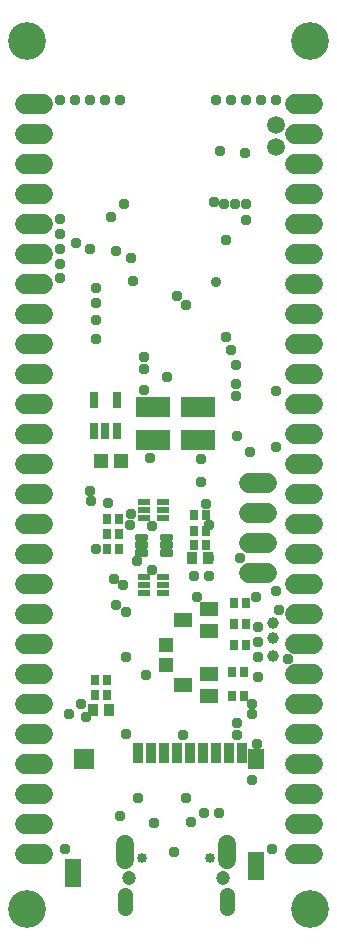
<source format=gbr>
From 7bebf9fe62dad33867ba6df1c0c611f8b313c549 Mon Sep 17 00:00:00 2001
From: Prashant Kumar <prashant.kmr752@gmail.com>
Date: Wed, 3 Jun 2020 22:26:24 +0530
Subject: Add test resource and test code for eagle files.

---
 .../resources/eagle_files/soldermask_bottom.gbr    | 423 +++++++++++++++++++++
 1 file changed, 423 insertions(+)
 create mode 100644 gerbonara/gerber/tests/resources/eagle_files/soldermask_bottom.gbr

(limited to 'gerbonara/gerber/tests/resources/eagle_files/soldermask_bottom.gbr')

diff --git a/gerbonara/gerber/tests/resources/eagle_files/soldermask_bottom.gbr b/gerbonara/gerber/tests/resources/eagle_files/soldermask_bottom.gbr
new file mode 100644
index 0000000..ee8178b
--- /dev/null
+++ b/gerbonara/gerber/tests/resources/eagle_files/soldermask_bottom.gbr
@@ -0,0 +1,423 @@
+G04 EAGLE Gerber RS-274X export*
+G75*
+%MOMM*%
+%FSLAX34Y34*%
+%LPD*%
+%INSoldermask Bottom*%
+%IPPOS*%
+%AMOC8*
+5,1,8,0,0,1.08239X$1,22.5*%
+G01*
+%ADD10C,3.203200*%
+%ADD11R,1.203200X1.303200*%
+%ADD12R,1.603200X1.203200*%
+%ADD13R,0.803200X0.903200*%
+%ADD14R,0.903200X1.103200*%
+%ADD15R,1.303200X1.203200*%
+%ADD16R,2.903200X1.803200*%
+%ADD17R,0.753200X1.403200*%
+%ADD18C,1.727200*%
+%ADD19C,1.561200*%
+%ADD20C,1.311200*%
+%ADD21C,0.853200*%
+%ADD22R,1.003200X0.603200*%
+%ADD23C,0.217150*%
+%ADD24R,0.903200X1.803200*%
+%ADD25R,1.403200X1.703200*%
+%ADD26R,1.803200X1.703200*%
+%ADD27R,1.403200X2.403200*%
+%ADD28C,1.203200*%
+%ADD29C,1.511200*%
+%ADD30C,1.003200*%
+%ADD31C,0.959600*%
+%ADD32C,0.909600*%
+
+
+D10*
+X260000Y755000D03*
+X20000Y755000D03*
+X260000Y20000D03*
+X20000Y20000D03*
+D11*
+X138090Y243740D03*
+X138090Y226740D03*
+D12*
+X152090Y265240D03*
+X174090Y255740D03*
+X174090Y274740D03*
+X152090Y210240D03*
+X174090Y200740D03*
+X174090Y219740D03*
+D13*
+X195660Y279400D03*
+X205660Y279400D03*
+X193370Y220980D03*
+X203370Y220980D03*
+X193370Y200660D03*
+X203370Y200660D03*
+X205660Y243840D03*
+X195660Y243840D03*
+X87550Y201930D03*
+X77550Y201930D03*
+D14*
+X89050Y189230D03*
+X76050Y189230D03*
+D13*
+X87550Y214630D03*
+X77550Y214630D03*
+X195660Y261620D03*
+X205660Y261620D03*
+D15*
+X82940Y400050D03*
+X99940Y400050D03*
+D16*
+X165100Y445800D03*
+X165100Y417800D03*
+D17*
+X95860Y425149D03*
+X86360Y425149D03*
+X76860Y425149D03*
+X76860Y451151D03*
+X95860Y451151D03*
+D16*
+X127000Y445800D03*
+X127000Y417800D03*
+D18*
+X246930Y702100D02*
+X262170Y702100D01*
+X262170Y676700D02*
+X246930Y676700D01*
+X246930Y651300D02*
+X262170Y651300D01*
+X262170Y625900D02*
+X246930Y625900D01*
+X246930Y600500D02*
+X262170Y600500D01*
+X262170Y575100D02*
+X246930Y575100D01*
+X246930Y549700D02*
+X262170Y549700D01*
+X262170Y524300D02*
+X246930Y524300D01*
+X246930Y498900D02*
+X262170Y498900D01*
+X262170Y473500D02*
+X246930Y473500D01*
+X246930Y448100D02*
+X262170Y448100D01*
+X262170Y422700D02*
+X246930Y422700D01*
+X246930Y397300D02*
+X262170Y397300D01*
+X262170Y371900D02*
+X246930Y371900D01*
+X246930Y346500D02*
+X262170Y346500D01*
+X262170Y321100D02*
+X246930Y321100D01*
+X246930Y295700D02*
+X262170Y295700D01*
+X262170Y270300D02*
+X246930Y270300D01*
+X246930Y244900D02*
+X262170Y244900D01*
+X262170Y219500D02*
+X246930Y219500D01*
+X246930Y194100D02*
+X262170Y194100D01*
+X262170Y168700D02*
+X246930Y168700D01*
+X246930Y143300D02*
+X262170Y143300D01*
+X262170Y117900D02*
+X246930Y117900D01*
+X246930Y92500D02*
+X262170Y92500D01*
+X262170Y67100D02*
+X246930Y67100D01*
+X33570Y702100D02*
+X18330Y702100D01*
+X18330Y676700D02*
+X33570Y676700D01*
+X33570Y651300D02*
+X18330Y651300D01*
+X18330Y625900D02*
+X33570Y625900D01*
+X33570Y600500D02*
+X18330Y600500D01*
+X18330Y575100D02*
+X33570Y575100D01*
+X33570Y549700D02*
+X18330Y549700D01*
+X18330Y524300D02*
+X33570Y524300D01*
+X33570Y498900D02*
+X18330Y498900D01*
+X18330Y473500D02*
+X33570Y473500D01*
+X33570Y448100D02*
+X18330Y448100D01*
+X18330Y422700D02*
+X33570Y422700D01*
+X33570Y397300D02*
+X18330Y397300D01*
+X18330Y371900D02*
+X33570Y371900D01*
+X33570Y346500D02*
+X18330Y346500D01*
+X18330Y321100D02*
+X33570Y321100D01*
+X33570Y295700D02*
+X18330Y295700D01*
+X18330Y270300D02*
+X33570Y270300D01*
+X33570Y244900D02*
+X18330Y244900D01*
+X18330Y219500D02*
+X33570Y219500D01*
+X33570Y194100D02*
+X18330Y194100D01*
+X18330Y168700D02*
+X33570Y168700D01*
+X33570Y143300D02*
+X18330Y143300D01*
+X18330Y117900D02*
+X33570Y117900D01*
+X33570Y92500D02*
+X18330Y92500D01*
+X18330Y67100D02*
+X33570Y67100D01*
+D19*
+X189550Y61860D02*
+X189550Y75440D01*
+X103150Y75440D02*
+X103150Y61860D01*
+D20*
+X189550Y32390D02*
+X189550Y21310D01*
+X103150Y21310D02*
+X103150Y32390D01*
+D21*
+X117450Y63650D03*
+X175250Y63650D03*
+D13*
+X161370Y354330D03*
+X171370Y354330D03*
+X87710Y337820D03*
+X97710Y337820D03*
+X97710Y325120D03*
+X87710Y325120D03*
+D14*
+X159870Y317500D03*
+X172870Y317500D03*
+D13*
+X171370Y340360D03*
+X161370Y340360D03*
+X161370Y328930D03*
+X171370Y328930D03*
+X87710Y350520D03*
+X97710Y350520D03*
+D22*
+X135000Y364640D03*
+X135000Y358140D03*
+X135000Y351640D03*
+X119000Y351640D03*
+X119000Y358140D03*
+X119000Y364640D03*
+X135000Y301140D03*
+X135000Y294640D03*
+X135000Y288140D03*
+X119000Y288140D03*
+X119000Y294640D03*
+X119000Y301140D03*
+D18*
+X208280Y381000D02*
+X223520Y381000D01*
+X223520Y355600D02*
+X208280Y355600D01*
+X208280Y330200D02*
+X223520Y330200D01*
+X223520Y304800D02*
+X208280Y304800D01*
+D23*
+X141930Y320500D02*
+X133070Y320500D01*
+X133070Y324360D01*
+X141930Y324360D01*
+X141930Y320500D01*
+X141930Y322563D02*
+X133070Y322563D01*
+X120930Y333500D02*
+X112070Y333500D01*
+X112070Y337360D01*
+X120930Y337360D01*
+X120930Y333500D01*
+X120930Y335563D02*
+X112070Y335563D01*
+X112070Y327000D02*
+X120930Y327000D01*
+X112070Y327000D02*
+X112070Y330860D01*
+X120930Y330860D01*
+X120930Y327000D01*
+X120930Y329063D02*
+X112070Y329063D01*
+X133070Y327000D02*
+X141930Y327000D01*
+X133070Y327000D02*
+X133070Y330860D01*
+X141930Y330860D01*
+X141930Y327000D01*
+X141930Y329063D02*
+X133070Y329063D01*
+X120930Y320500D02*
+X112070Y320500D01*
+X112070Y324360D01*
+X120930Y324360D01*
+X120930Y320500D01*
+X120930Y322563D02*
+X112070Y322563D01*
+X133070Y333500D02*
+X141930Y333500D01*
+X133070Y333500D02*
+X133070Y337360D01*
+X141930Y337360D01*
+X141930Y333500D01*
+X141930Y335563D02*
+X133070Y335563D01*
+D24*
+X158050Y152500D03*
+X169050Y152500D03*
+X180050Y152500D03*
+X191050Y152500D03*
+X202050Y152500D03*
+X147050Y152500D03*
+X136050Y152500D03*
+X125050Y152500D03*
+X114050Y152500D03*
+D25*
+X214050Y147000D03*
+D26*
+X68050Y147000D03*
+D27*
+X214050Y56500D03*
+D28*
+X186050Y47000D03*
+X106050Y47000D03*
+D27*
+X59050Y51000D03*
+D29*
+X231140Y665480D03*
+X231140Y684530D03*
+D30*
+X228600Y234950D03*
+X228600Y250190D03*
+X228600Y262890D03*
+D31*
+X48260Y705000D03*
+X86360Y705000D03*
+X99060Y705080D03*
+X180340Y705000D03*
+X193040Y705000D03*
+X205740Y705000D03*
+X231140Y705000D03*
+X183250Y662540D03*
+X73660Y705000D03*
+X60960Y705000D03*
+X218440Y705000D03*
+X227330Y71120D03*
+X52070Y71120D03*
+X167640Y382270D03*
+X113030Y314960D03*
+X69850Y182880D03*
+X240792Y232156D03*
+X214630Y160020D03*
+X152400Y167640D03*
+X173990Y317500D03*
+X173990Y345440D03*
+X109728Y551688D03*
+X48260Y604238D03*
+X107950Y571754D03*
+X95532Y577850D03*
+X73660Y579120D03*
+X73660Y374650D03*
+X48260Y554990D03*
+X47968Y566712D03*
+X61189Y584327D03*
+X48260Y579120D03*
+X48260Y591820D03*
+X91440Y606084D03*
+X124460Y401896D03*
+X147320Y539750D03*
+X78674Y533400D03*
+X78740Y519430D03*
+X154714Y532064D03*
+X114300Y114300D03*
+X154940Y114300D03*
+X104140Y168628D03*
+X198120Y167640D03*
+X186944Y617220D03*
+X196088Y617220D03*
+X205232Y617220D03*
+X231140Y411480D03*
+X205232Y604012D03*
+X198120Y177800D03*
+X231140Y289560D03*
+X209069Y407189D03*
+X55880Y185420D03*
+X188259Y586785D03*
+X73812Y365562D03*
+X78740Y502920D03*
+X215900Y217170D03*
+X210820Y129540D03*
+X197131Y454633D03*
+X167640Y401320D03*
+D32*
+X180340Y550926D03*
+D31*
+X66040Y193548D03*
+X182880Y101600D03*
+X99060Y99060D03*
+X196568Y464820D03*
+X95250Y278130D03*
+X119380Y459740D03*
+X188250Y505000D03*
+X102494Y617446D03*
+X78674Y545818D03*
+X210820Y185420D03*
+X178006Y619314D03*
+X204772Y660400D03*
+X213966Y284434D03*
+X107140Y345784D03*
+X119380Y487680D03*
+X193040Y494030D03*
+X119380Y477520D03*
+X196850Y481330D03*
+X125682Y344514D03*
+X210820Y193802D03*
+X233680Y273812D03*
+X198240Y421197D03*
+X200660Y317500D03*
+X138176Y470408D03*
+X231140Y458794D03*
+X104140Y271780D03*
+X173990Y302260D03*
+X101600Y294640D03*
+X104140Y233680D03*
+X93980Y299720D03*
+X120734Y218440D03*
+X215900Y259080D03*
+X215900Y246380D03*
+X215900Y233680D03*
+X164112Y284904D03*
+X161714Y302034D03*
+X127282Y93006D03*
+X158552Y93980D03*
+X88900Y364490D03*
+X107763Y355120D03*
+X171450Y363502D03*
+X125912Y307732D03*
+X78740Y325536D03*
+X144780Y68580D03*
+X170180Y101600D03*
+M02*
-- 
cgit 


</source>
